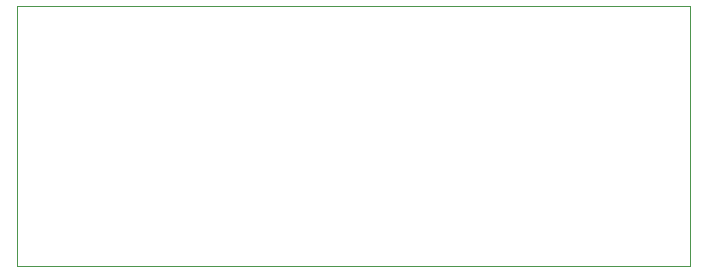
<source format=gbr>
%TF.GenerationSoftware,KiCad,Pcbnew,8.0.4*%
%TF.CreationDate,2025-02-26T16:08:11-05:00*%
%TF.ProjectId,plusle,706c7573-6c65-42e6-9b69-6361645f7063,rev?*%
%TF.SameCoordinates,Original*%
%TF.FileFunction,Profile,NP*%
%FSLAX46Y46*%
G04 Gerber Fmt 4.6, Leading zero omitted, Abs format (unit mm)*
G04 Created by KiCad (PCBNEW 8.0.4) date 2025-02-26 16:08:11*
%MOMM*%
%LPD*%
G01*
G04 APERTURE LIST*
%TA.AperFunction,Profile*%
%ADD10C,0.050000*%
%TD*%
G04 APERTURE END LIST*
D10*
X25800000Y-48600000D02*
X25800000Y-26600000D01*
X82800000Y-48600000D02*
X25800000Y-48600000D01*
X82800000Y-26600000D02*
X82800000Y-48600000D01*
X82300000Y-26600000D02*
X82800000Y-26600000D01*
X25800000Y-26600000D02*
X82300000Y-26600000D01*
M02*

</source>
